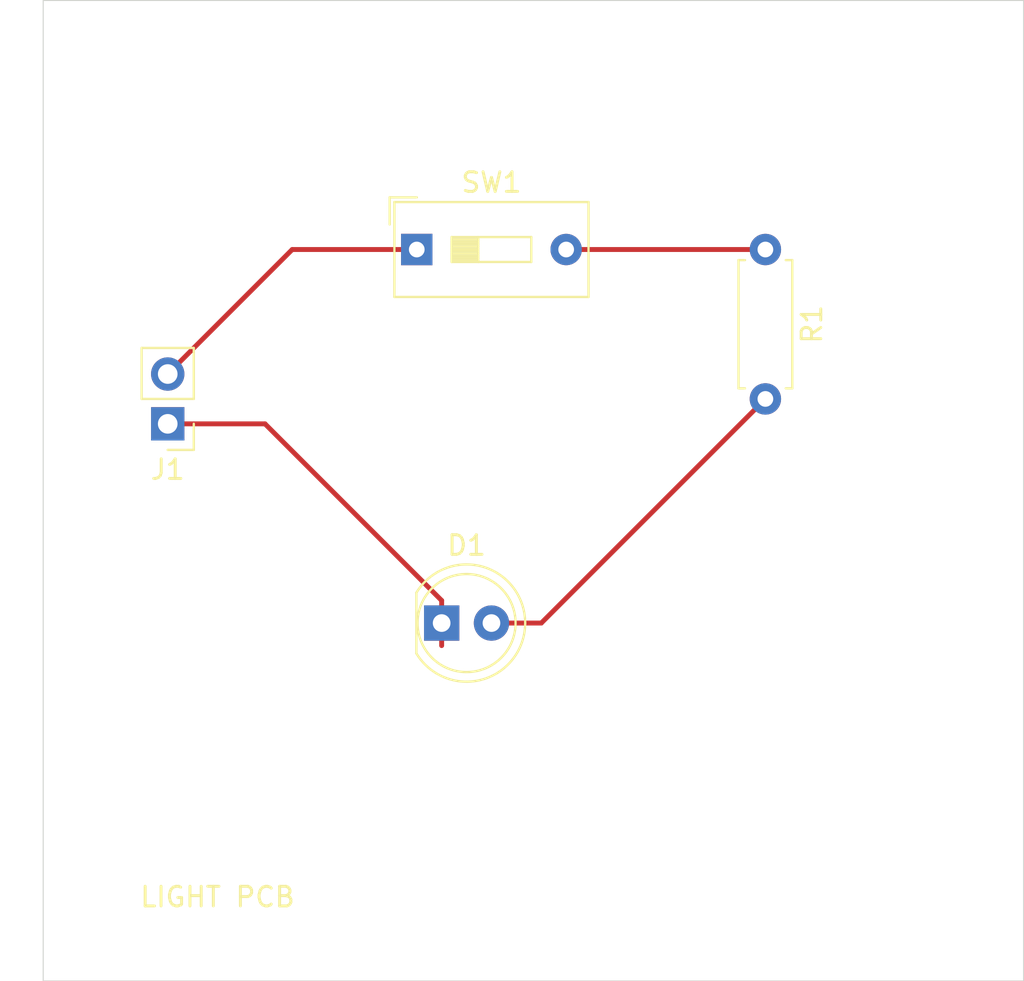
<source format=kicad_pcb>
(kicad_pcb (version 20171130) (host pcbnew 5.1.5+dfsg1-2build2)

  (general
    (thickness 1.6)
    (drawings 5)
    (tracks 9)
    (zones 0)
    (modules 4)
    (nets 5)
  )

  (page A4)
  (layers
    (0 F.Cu signal)
    (31 B.Cu signal)
    (32 B.Adhes user)
    (33 F.Adhes user)
    (34 B.Paste user)
    (35 F.Paste user)
    (36 B.SilkS user)
    (37 F.SilkS user)
    (38 B.Mask user)
    (39 F.Mask user)
    (40 Dwgs.User user)
    (41 Cmts.User user)
    (42 Eco1.User user)
    (43 Eco2.User user)
    (44 Edge.Cuts user)
    (45 Margin user)
    (46 B.CrtYd user)
    (47 F.CrtYd user)
    (48 B.Fab user)
    (49 F.Fab user)
  )

  (setup
    (last_trace_width 0.25)
    (trace_clearance 0.2)
    (zone_clearance 0.508)
    (zone_45_only no)
    (trace_min 0.2)
    (via_size 0.8)
    (via_drill 0.4)
    (via_min_size 0.4)
    (via_min_drill 0.3)
    (uvia_size 0.3)
    (uvia_drill 0.1)
    (uvias_allowed no)
    (uvia_min_size 0.2)
    (uvia_min_drill 0.1)
    (edge_width 0.05)
    (segment_width 0.2)
    (pcb_text_width 0.3)
    (pcb_text_size 1.5 1.5)
    (mod_edge_width 0.12)
    (mod_text_size 1 1)
    (mod_text_width 0.15)
    (pad_size 1.524 1.524)
    (pad_drill 0.762)
    (pad_to_mask_clearance 0.051)
    (solder_mask_min_width 0.25)
    (aux_axis_origin 0 0)
    (visible_elements FFFFFF7F)
    (pcbplotparams
      (layerselection 0x010fc_ffffffff)
      (usegerberextensions false)
      (usegerberattributes false)
      (usegerberadvancedattributes false)
      (creategerberjobfile false)
      (excludeedgelayer true)
      (linewidth 0.100000)
      (plotframeref false)
      (viasonmask false)
      (mode 1)
      (useauxorigin false)
      (hpglpennumber 1)
      (hpglpenspeed 20)
      (hpglpendiameter 15.000000)
      (psnegative false)
      (psa4output false)
      (plotreference true)
      (plotvalue true)
      (plotinvisibletext false)
      (padsonsilk false)
      (subtractmaskfromsilk false)
      (outputformat 1)
      (mirror false)
      (drillshape 1)
      (scaleselection 1)
      (outputdirectory ""))
  )

  (net 0 "")
  (net 1 "Net-(D1-Pad2)")
  (net 2 GND)
  (net 3 +5V)
  (net 4 "Net-(R1-Pad1)")

  (net_class Default "This is the default net class."
    (clearance 0.2)
    (trace_width 0.25)
    (via_dia 0.8)
    (via_drill 0.4)
    (uvia_dia 0.3)
    (uvia_drill 0.1)
    (add_net +5V)
    (add_net GND)
    (add_net "Net-(D1-Pad2)")
    (add_net "Net-(R1-Pad1)")
  )

  (module Button_Switch_THT:SW_DIP_SPSTx01_Slide_9.78x4.72mm_W7.62mm_P2.54mm (layer F.Cu) (tedit 5A4E1404) (tstamp 619EEEC5)
    (at 101.6 72.39)
    (descr "1x-dip-switch SPST , Slide, row spacing 7.62 mm (300 mils), body size 9.78x4.72mm (see e.g. https://www.ctscorp.com/wp-content/uploads/206-208.pdf)")
    (tags "DIP Switch SPST Slide 7.62mm 300mil")
    (path /619E7B3B)
    (fp_text reference SW1 (at 3.81 -3.42) (layer F.SilkS)
      (effects (font (size 1 1) (thickness 0.15)))
    )
    (fp_text value SW_DIP_x01 (at 3.81 3.42) (layer F.Fab)
      (effects (font (size 1 1) (thickness 0.15)))
    )
    (fp_text user on (at 5.365 -1.4975) (layer F.Fab)
      (effects (font (size 0.6 0.6) (thickness 0.09)))
    )
    (fp_text user %R (at 7.27 0 90) (layer F.Fab)
      (effects (font (size 0.6 0.6) (thickness 0.09)))
    )
    (fp_line (start 8.95 -2.7) (end -1.35 -2.7) (layer F.CrtYd) (width 0.05))
    (fp_line (start 8.95 2.7) (end 8.95 -2.7) (layer F.CrtYd) (width 0.05))
    (fp_line (start -1.35 2.7) (end 8.95 2.7) (layer F.CrtYd) (width 0.05))
    (fp_line (start -1.35 -2.7) (end -1.35 2.7) (layer F.CrtYd) (width 0.05))
    (fp_line (start 3.133333 -0.635) (end 3.133333 0.635) (layer F.SilkS) (width 0.12))
    (fp_line (start 1.78 0.565) (end 3.133333 0.565) (layer F.SilkS) (width 0.12))
    (fp_line (start 1.78 0.445) (end 3.133333 0.445) (layer F.SilkS) (width 0.12))
    (fp_line (start 1.78 0.325) (end 3.133333 0.325) (layer F.SilkS) (width 0.12))
    (fp_line (start 1.78 0.205) (end 3.133333 0.205) (layer F.SilkS) (width 0.12))
    (fp_line (start 1.78 0.085) (end 3.133333 0.085) (layer F.SilkS) (width 0.12))
    (fp_line (start 1.78 -0.035) (end 3.133333 -0.035) (layer F.SilkS) (width 0.12))
    (fp_line (start 1.78 -0.155) (end 3.133333 -0.155) (layer F.SilkS) (width 0.12))
    (fp_line (start 1.78 -0.275) (end 3.133333 -0.275) (layer F.SilkS) (width 0.12))
    (fp_line (start 1.78 -0.395) (end 3.133333 -0.395) (layer F.SilkS) (width 0.12))
    (fp_line (start 1.78 -0.515) (end 3.133333 -0.515) (layer F.SilkS) (width 0.12))
    (fp_line (start 5.84 -0.635) (end 1.78 -0.635) (layer F.SilkS) (width 0.12))
    (fp_line (start 5.84 0.635) (end 5.84 -0.635) (layer F.SilkS) (width 0.12))
    (fp_line (start 1.78 0.635) (end 5.84 0.635) (layer F.SilkS) (width 0.12))
    (fp_line (start 1.78 -0.635) (end 1.78 0.635) (layer F.SilkS) (width 0.12))
    (fp_line (start -1.38 -2.66) (end -1.38 -1.277) (layer F.SilkS) (width 0.12))
    (fp_line (start -1.38 -2.66) (end 0.004 -2.66) (layer F.SilkS) (width 0.12))
    (fp_line (start 8.76 -2.42) (end 8.76 2.42) (layer F.SilkS) (width 0.12))
    (fp_line (start -1.14 -2.42) (end -1.14 2.42) (layer F.SilkS) (width 0.12))
    (fp_line (start -1.14 2.42) (end 8.76 2.42) (layer F.SilkS) (width 0.12))
    (fp_line (start -1.14 -2.42) (end 8.76 -2.42) (layer F.SilkS) (width 0.12))
    (fp_line (start 3.133333 -0.635) (end 3.133333 0.635) (layer F.Fab) (width 0.1))
    (fp_line (start 1.78 0.565) (end 3.133333 0.565) (layer F.Fab) (width 0.1))
    (fp_line (start 1.78 0.465) (end 3.133333 0.465) (layer F.Fab) (width 0.1))
    (fp_line (start 1.78 0.365) (end 3.133333 0.365) (layer F.Fab) (width 0.1))
    (fp_line (start 1.78 0.265) (end 3.133333 0.265) (layer F.Fab) (width 0.1))
    (fp_line (start 1.78 0.165) (end 3.133333 0.165) (layer F.Fab) (width 0.1))
    (fp_line (start 1.78 0.065) (end 3.133333 0.065) (layer F.Fab) (width 0.1))
    (fp_line (start 1.78 -0.035) (end 3.133333 -0.035) (layer F.Fab) (width 0.1))
    (fp_line (start 1.78 -0.135) (end 3.133333 -0.135) (layer F.Fab) (width 0.1))
    (fp_line (start 1.78 -0.235) (end 3.133333 -0.235) (layer F.Fab) (width 0.1))
    (fp_line (start 1.78 -0.335) (end 3.133333 -0.335) (layer F.Fab) (width 0.1))
    (fp_line (start 1.78 -0.435) (end 3.133333 -0.435) (layer F.Fab) (width 0.1))
    (fp_line (start 1.78 -0.535) (end 3.133333 -0.535) (layer F.Fab) (width 0.1))
    (fp_line (start 5.84 -0.635) (end 1.78 -0.635) (layer F.Fab) (width 0.1))
    (fp_line (start 5.84 0.635) (end 5.84 -0.635) (layer F.Fab) (width 0.1))
    (fp_line (start 1.78 0.635) (end 5.84 0.635) (layer F.Fab) (width 0.1))
    (fp_line (start 1.78 -0.635) (end 1.78 0.635) (layer F.Fab) (width 0.1))
    (fp_line (start -1.08 -1.36) (end -0.08 -2.36) (layer F.Fab) (width 0.1))
    (fp_line (start -1.08 2.36) (end -1.08 -1.36) (layer F.Fab) (width 0.1))
    (fp_line (start 8.7 2.36) (end -1.08 2.36) (layer F.Fab) (width 0.1))
    (fp_line (start 8.7 -2.36) (end 8.7 2.36) (layer F.Fab) (width 0.1))
    (fp_line (start -0.08 -2.36) (end 8.7 -2.36) (layer F.Fab) (width 0.1))
    (pad 2 thru_hole oval (at 7.62 0) (size 1.6 1.6) (drill 0.8) (layers *.Cu *.Mask)
      (net 4 "Net-(R1-Pad1)"))
    (pad 1 thru_hole rect (at 0 0) (size 1.6 1.6) (drill 0.8) (layers *.Cu *.Mask)
      (net 3 +5V))
    (model ${KISYS3DMOD}/Button_Switch_THT.3dshapes/SW_DIP_SPSTx01_Slide_9.78x4.72mm_W7.62mm_P2.54mm.wrl
      (at (xyz 0 0 0))
      (scale (xyz 1 1 1))
      (rotate (xyz 0 0 90))
    )
  )

  (module LED_THT:LED_D5.0mm (layer F.Cu) (tedit 5995936A) (tstamp 619EBDEE)
    (at 102.87 91.44)
    (descr "LED, diameter 5.0mm, 2 pins, http://cdn-reichelt.de/documents/datenblatt/A500/LL-504BC2E-009.pdf")
    (tags "LED diameter 5.0mm 2 pins")
    (path /619E6F5F)
    (fp_text reference D1 (at 1.27 -3.96) (layer F.SilkS)
      (effects (font (size 1 1) (thickness 0.15)))
    )
    (fp_text value LED (at 1.27 3.96) (layer F.Fab)
      (effects (font (size 1 1) (thickness 0.15)))
    )
    (fp_text user %R (at 1.25 0) (layer F.Fab)
      (effects (font (size 0.8 0.8) (thickness 0.2)))
    )
    (fp_line (start 4.5 -3.25) (end -1.95 -3.25) (layer F.CrtYd) (width 0.05))
    (fp_line (start 4.5 3.25) (end 4.5 -3.25) (layer F.CrtYd) (width 0.05))
    (fp_line (start -1.95 3.25) (end 4.5 3.25) (layer F.CrtYd) (width 0.05))
    (fp_line (start -1.95 -3.25) (end -1.95 3.25) (layer F.CrtYd) (width 0.05))
    (fp_line (start -1.29 -1.545) (end -1.29 1.545) (layer F.SilkS) (width 0.12))
    (fp_line (start -1.23 -1.469694) (end -1.23 1.469694) (layer F.Fab) (width 0.1))
    (fp_circle (center 1.27 0) (end 3.77 0) (layer F.SilkS) (width 0.12))
    (fp_circle (center 1.27 0) (end 3.77 0) (layer F.Fab) (width 0.1))
    (fp_arc (start 1.27 0) (end -1.29 1.54483) (angle -148.9) (layer F.SilkS) (width 0.12))
    (fp_arc (start 1.27 0) (end -1.29 -1.54483) (angle 148.9) (layer F.SilkS) (width 0.12))
    (fp_arc (start 1.27 0) (end -1.23 -1.469694) (angle 299.1) (layer F.Fab) (width 0.1))
    (pad 2 thru_hole circle (at 2.54 0) (size 1.8 1.8) (drill 0.9) (layers *.Cu *.Mask)
      (net 1 "Net-(D1-Pad2)"))
    (pad 1 thru_hole rect (at 0 0) (size 1.8 1.8) (drill 0.9) (layers *.Cu *.Mask)
      (net 2 GND))
    (model ${KISYS3DMOD}/LED_THT.3dshapes/LED_D5.0mm.wrl
      (at (xyz 0 0 0))
      (scale (xyz 1 1 1))
      (rotate (xyz 0 0 0))
    )
  )

  (module Resistor_THT:R_Axial_DIN0207_L6.3mm_D2.5mm_P7.62mm_Horizontal (layer F.Cu) (tedit 5AE5139B) (tstamp 619EBAAC)
    (at 119.38 72.39 270)
    (descr "Resistor, Axial_DIN0207 series, Axial, Horizontal, pin pitch=7.62mm, 0.25W = 1/4W, length*diameter=6.3*2.5mm^2, http://cdn-reichelt.de/documents/datenblatt/B400/1_4W%23YAG.pdf")
    (tags "Resistor Axial_DIN0207 series Axial Horizontal pin pitch 7.62mm 0.25W = 1/4W length 6.3mm diameter 2.5mm")
    (path /619E8655)
    (fp_text reference R1 (at 3.81 -2.37 90) (layer F.SilkS)
      (effects (font (size 1 1) (thickness 0.15)))
    )
    (fp_text value R (at 3.81 2.37 90) (layer F.Fab)
      (effects (font (size 1 1) (thickness 0.15)))
    )
    (fp_text user %R (at 3.81 0 90) (layer F.Fab)
      (effects (font (size 1 1) (thickness 0.15)))
    )
    (fp_line (start 8.67 -1.5) (end -1.05 -1.5) (layer F.CrtYd) (width 0.05))
    (fp_line (start 8.67 1.5) (end 8.67 -1.5) (layer F.CrtYd) (width 0.05))
    (fp_line (start -1.05 1.5) (end 8.67 1.5) (layer F.CrtYd) (width 0.05))
    (fp_line (start -1.05 -1.5) (end -1.05 1.5) (layer F.CrtYd) (width 0.05))
    (fp_line (start 7.08 1.37) (end 7.08 1.04) (layer F.SilkS) (width 0.12))
    (fp_line (start 0.54 1.37) (end 7.08 1.37) (layer F.SilkS) (width 0.12))
    (fp_line (start 0.54 1.04) (end 0.54 1.37) (layer F.SilkS) (width 0.12))
    (fp_line (start 7.08 -1.37) (end 7.08 -1.04) (layer F.SilkS) (width 0.12))
    (fp_line (start 0.54 -1.37) (end 7.08 -1.37) (layer F.SilkS) (width 0.12))
    (fp_line (start 0.54 -1.04) (end 0.54 -1.37) (layer F.SilkS) (width 0.12))
    (fp_line (start 7.62 0) (end 6.96 0) (layer F.Fab) (width 0.1))
    (fp_line (start 0 0) (end 0.66 0) (layer F.Fab) (width 0.1))
    (fp_line (start 6.96 -1.25) (end 0.66 -1.25) (layer F.Fab) (width 0.1))
    (fp_line (start 6.96 1.25) (end 6.96 -1.25) (layer F.Fab) (width 0.1))
    (fp_line (start 0.66 1.25) (end 6.96 1.25) (layer F.Fab) (width 0.1))
    (fp_line (start 0.66 -1.25) (end 0.66 1.25) (layer F.Fab) (width 0.1))
    (pad 2 thru_hole oval (at 7.62 0 270) (size 1.6 1.6) (drill 0.8) (layers *.Cu *.Mask)
      (net 1 "Net-(D1-Pad2)"))
    (pad 1 thru_hole circle (at 0 0 270) (size 1.6 1.6) (drill 0.8) (layers *.Cu *.Mask)
      (net 4 "Net-(R1-Pad1)"))
    (model ${KISYS3DMOD}/Resistor_THT.3dshapes/R_Axial_DIN0207_L6.3mm_D2.5mm_P7.62mm_Horizontal.wrl
      (at (xyz 0 0 0))
      (scale (xyz 1 1 1))
      (rotate (xyz 0 0 0))
    )
  )

  (module Connector_PinHeader_2.54mm:PinHeader_1x02_P2.54mm_Vertical (layer F.Cu) (tedit 59FED5CC) (tstamp 619EB699)
    (at 88.9 81.28 180)
    (descr "Through hole straight pin header, 1x02, 2.54mm pitch, single row")
    (tags "Through hole pin header THT 1x02 2.54mm single row")
    (path /619F5625)
    (fp_text reference J1 (at 0 -2.33) (layer F.SilkS)
      (effects (font (size 1 1) (thickness 0.15)))
    )
    (fp_text value Screw_Terminal_01x02 (at 0 4.87) (layer F.Fab)
      (effects (font (size 1 1) (thickness 0.15)))
    )
    (fp_text user %R (at 0 1.27 90) (layer F.Fab)
      (effects (font (size 1 1) (thickness 0.15)))
    )
    (fp_line (start 1.8 -1.8) (end -1.8 -1.8) (layer F.CrtYd) (width 0.05))
    (fp_line (start 1.8 4.35) (end 1.8 -1.8) (layer F.CrtYd) (width 0.05))
    (fp_line (start -1.8 4.35) (end 1.8 4.35) (layer F.CrtYd) (width 0.05))
    (fp_line (start -1.8 -1.8) (end -1.8 4.35) (layer F.CrtYd) (width 0.05))
    (fp_line (start -1.33 -1.33) (end 0 -1.33) (layer F.SilkS) (width 0.12))
    (fp_line (start -1.33 0) (end -1.33 -1.33) (layer F.SilkS) (width 0.12))
    (fp_line (start -1.33 1.27) (end 1.33 1.27) (layer F.SilkS) (width 0.12))
    (fp_line (start 1.33 1.27) (end 1.33 3.87) (layer F.SilkS) (width 0.12))
    (fp_line (start -1.33 1.27) (end -1.33 3.87) (layer F.SilkS) (width 0.12))
    (fp_line (start -1.33 3.87) (end 1.33 3.87) (layer F.SilkS) (width 0.12))
    (fp_line (start -1.27 -0.635) (end -0.635 -1.27) (layer F.Fab) (width 0.1))
    (fp_line (start -1.27 3.81) (end -1.27 -0.635) (layer F.Fab) (width 0.1))
    (fp_line (start 1.27 3.81) (end -1.27 3.81) (layer F.Fab) (width 0.1))
    (fp_line (start 1.27 -1.27) (end 1.27 3.81) (layer F.Fab) (width 0.1))
    (fp_line (start -0.635 -1.27) (end 1.27 -1.27) (layer F.Fab) (width 0.1))
    (pad 2 thru_hole oval (at 0 2.54 180) (size 1.7 1.7) (drill 1) (layers *.Cu *.Mask)
      (net 3 +5V))
    (pad 1 thru_hole rect (at 0 0 180) (size 1.7 1.7) (drill 1) (layers *.Cu *.Mask)
      (net 2 GND))
    (model ${KISYS3DMOD}/Connector_PinHeader_2.54mm.3dshapes/PinHeader_1x02_P2.54mm_Vertical.wrl
      (at (xyz 0 0 0))
      (scale (xyz 1 1 1))
      (rotate (xyz 0 0 0))
    )
  )

  (gr_text "LIGHT PCB\n" (at 91.44 105.41) (layer F.SilkS)
    (effects (font (size 1 1) (thickness 0.15)))
  )
  (gr_line (start 82.55 109.69) (end 82.55 59.69) (layer Edge.Cuts) (width 0.05) (tstamp 619E5C16))
  (gr_line (start 82.55 109.69) (end 132.55 109.69) (layer Edge.Cuts) (width 0.05) (tstamp 619E5C16))
  (gr_line (start 132.55 109.69) (end 132.55 59.69) (layer Edge.Cuts) (width 0.05) (tstamp 619E5C16))
  (gr_line (start 82.55 59.69) (end 132.55 59.69) (layer Edge.Cuts) (width 0.05))

  (segment (start 107.95 91.44) (end 119.38 80.01) (width 0.25) (layer F.Cu) (net 1))
  (segment (start 105.41 91.44) (end 107.95 91.44) (width 0.25) (layer F.Cu) (net 1))
  (segment (start 102.87 92.59) (end 102.87 91.44) (width 0.25) (layer F.Cu) (net 2))
  (segment (start 102.87 90.29) (end 102.87 91.44) (width 0.25) (layer F.Cu) (net 2))
  (segment (start 93.86 81.28) (end 102.87 90.29) (width 0.25) (layer F.Cu) (net 2))
  (segment (start 88.9 81.28) (end 93.86 81.28) (width 0.25) (layer F.Cu) (net 2))
  (segment (start 95.25 72.39) (end 88.9 78.74) (width 0.25) (layer F.Cu) (net 3))
  (segment (start 101.6 72.39) (end 95.25 72.39) (width 0.25) (layer F.Cu) (net 3))
  (segment (start 119.38 72.39) (end 109.22 72.39) (width 0.25) (layer F.Cu) (net 4))

)

</source>
